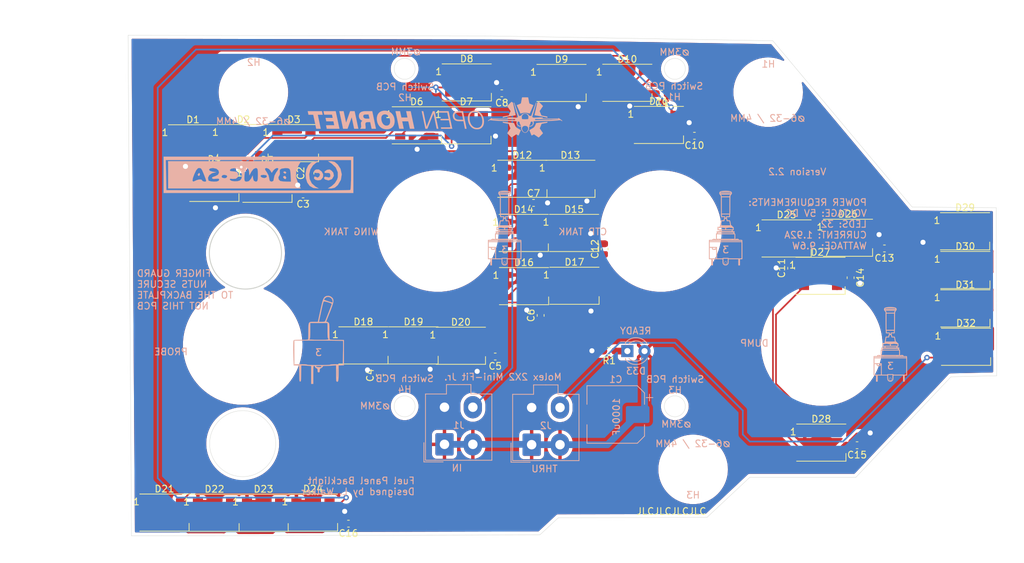
<source format=kicad_pcb>
(kicad_pcb (version 20211014) (generator pcbnew)
  (layers (0 "F.Cu" signal) (31 "B.Cu" signal) (34 "B.Paste" user) (35 "F.Paste" user) (36 "B.SilkS" user "B.Silkscreen") (37 "F.SilkS" user "F.Silkscreen") (38 "B.Mask" user) (39 "F.Mask" user) (44 "Edge.Cuts" user))
  (net 0 "")
  (net 1 "Net-(D1-Pad2)")
  (net 2 "Net-(D1-Pad4)")
  (net 3 "Net-(D2-Pad2)")
  (net 4 "Net-(D3-Pad2)")
  (net 5 "Net-(D4-Pad2)")
  (net 6 "Net-(D4-Pad4)")
  (net 7 "Net-(D12-Pad4)")
  (net 8 "Net-(D6-Pad2)")
  (net 9 "Net-(D8-Pad2)")
  (net 10 "Net-(D10-Pad4)")
  (net 11 "Net-(D11-Pad2)")
  (net 12 "Net-(D11-Pad4)")
  (net 13 "Net-(D12-Pad2)")
  (net 14 "Net-(D13-Pad2)")
  (net 15 "Net-(D14-Pad2)")
  (net 16 "Net-(D15-Pad2)")
  (net 17 "Net-(D16-Pad2)")
  (net 18 "Net-(D17-Pad2)")
  (net 19 "Net-(D18-Pad2)")
  (net 20 "Net-(D19-Pad2)")
  (net 21 "Net-(D20-Pad2)")
  (net 22 "Net-(D21-Pad2)")
  (net 23 "Net-(D22-Pad2)")
  (net 24 "Net-(D23-Pad2)")
  (net 25 "Net-(D25-Pad2)")
  (net 26 "Net-(D26-Pad2)")
  (net 27 "Net-(D27-Pad2)")
  (net 28 "Net-(D28-Pad2)")
  (net 29 "Net-(D29-Pad2)")
  (net 30 "Net-(D30-Pad2)")
  (net 31 "Net-(D31-Pad2)")
  (net 32 "/LEDGND")
  (net 33 "/LED+5V")
  (net 34 "Net-(D33-Pad1)")
  (net 35 "/DATAIN")
  (net 36 "/DATAOUT")
  (footprint "OH_Footprints:LED_WS2812B_PLCC4_5.0x5.0mm_P3.2mm" (layer "F.Cu") (at 108.673 91.0336)
    (fp_text reference "D1")
    (fp_text value "WS2812B")
  )
  (footprint "OH_Footprints:LED_WS2812B_PLCC4_5.0x5.0mm_P3.2mm" (layer "F.Cu") (at 116.14 91.008)
    (fp_text reference "D2")
    (fp_text value "WS2812B")
  )
  (footprint "OH_Footprints:LED_WS2812B_PLCC4_5.0x5.0mm_P3.2mm" (layer "F.Cu") (at 123.608 91.0084)
    (fp_text reference "D3")
    (fp_text value "WS2812B")
  )
  (footprint "OH_Footprints:LED_WS2812B_PLCC4_5.0x5.0mm_P3.2mm" (layer "F.Cu") (at 111.822 96.9008)
    (fp_text reference "D4")
    (fp_text value "WS2812B")
  )
  (footprint "OH_Footprints:LED_WS2812B_PLCC4_5.0x5.0mm_P3.2mm" (layer "F.Cu") (at 119.685 97.028)
    (fp_text reference "D5")
    (fp_text value "WS2812B")
  )
  (footprint "OH_Footprints:LED_WS2812B_PLCC4_5.0x5.0mm_P3.2mm" (layer "F.Cu") (at 141.794 88.3668)
    (fp_text reference "D6")
    (fp_text value "WS2812B")
  )
  (footprint "OH_Footprints:LED_WS2812B_PLCC4_5.0x5.0mm_P3.2mm" (layer "F.Cu") (at 149.137 88.3668)
    (fp_text reference "D7")
    (fp_text value "WS2812B")
  )
  (footprint "OH_Footprints:LED_WS2812B_PLCC4_5.0x5.0mm_P3.2mm" (layer "F.Cu") (at 149.188 82.0164)
    (fp_text reference "D8")
    (fp_text value "WS2812B")
  )
  (footprint "OH_Footprints:LED_WS2812B_PLCC4_5.0x5.0mm_P3.2mm" (layer "F.Cu") (at 163.22 82.0928)
    (fp_text reference "D9")
    (fp_text value "WS2812B")
  )
  (footprint "OH_Footprints:LED_WS2812B_PLCC4_5.0x5.0mm_P3.2mm" (layer "F.Cu") (at 172.962 82.0672)
    (fp_text reference "D10")
    (fp_text value "WS2812B")
  )
  (footprint "OH_Footprints:LED_WS2812B_PLCC4_5.0x5.0mm_P3.2mm" (layer "F.Cu") (at 177.636 88.3156)
    (fp_text reference "D11")
    (fp_text value "WS2812B")
  )
  (footprint "OH_Footprints:LED_WS2812B_PLCC4_5.0x5.0mm_P3.2mm" (layer "F.Cu") (at 157.418 96.2912)
    (fp_text reference "D12")
    (fp_text value "WS2812B")
  )
  (footprint "OH_Footprints:LED_WS2812B_PLCC4_5.0x5.0mm_P3.2mm" (layer "F.Cu") (at 164.53 96.2912)
    (fp_text reference "D13")
    (fp_text value "WS2812B")
  )
  (footprint "OH_Footprints:LED_WS2812B_PLCC4_5.0x5.0mm_P3.2mm" (layer "F.Cu") (at 157.621 104.318)
    (fp_text reference "D14")
    (fp_text value "WS2812B")
  )
  (footprint "OH_Footprints:LED_WS2812B_PLCC4_5.0x5.0mm_P3.2mm" (layer "F.Cu") (at 165.088 104.318)
    (fp_text reference "D15")
    (fp_text value "WS2812B")
  )
  (footprint "OH_Footprints:LED_WS2812B_PLCC4_5.0x5.0mm_P3.2mm" (layer "F.Cu") (at 157.672 112.192)
    (fp_text reference "D16")
    (fp_text value "WS2812B")
  )
  (footprint "OH_Footprints:LED_WS2812B_PLCC4_5.0x5.0mm_P3.2mm" (layer "F.Cu") (at 165.139 112.141)
    (fp_text reference "D17")
    (fp_text value "WS2812B")
  )
  (footprint "OH_Footprints:LED_WS2812B_PLCC4_5.0x5.0mm_P3.2mm" (layer "F.Cu") (at 133.897 120.98)
    (fp_text reference "D18")
    (fp_text value "WS2812B")
  )
  (footprint "OH_Footprints:LED_WS2812B_PLCC4_5.0x5.0mm_P3.2mm" (layer "F.Cu") (at 141.314 120.98)
    (fp_text reference "D19")
    (fp_text value "WS2812B")
  )
  (footprint "OH_Footprints:LED_WS2812B_PLCC4_5.0x5.0mm_P3.2mm" (layer "F.Cu") (at 148.324 121.031)
    (fp_text reference "D20")
    (fp_text value "WS2812B")
  )
  (footprint "OH_Footprints:LED_WS2812B_PLCC4_5.0x5.0mm_P3.2mm" (layer "F.Cu") (at 104.445 145.745)
    (fp_text reference "D21")
    (fp_text value "WS2812B")
  )
  (footprint "OH_Footprints:LED_WS2812B_PLCC4_5.0x5.0mm_P3.2mm" (layer "F.Cu") (at 111.85 145.771)
    (fp_text reference "D22")
    (fp_text value "WS2812B")
  )
  (footprint "OH_Footprints:LED_WS2812B_PLCC4_5.0x5.0mm_P3.2mm" (layer "F.Cu") (at 119.114 145.77)
    (fp_text reference "D23")
    (fp_text value "WS2812B")
  )
  (footprint "OH_Footprints:LED_WS2812B_PLCC4_5.0x5.0mm_P3.2mm" (layer "F.Cu") (at 126.43 145.745)
    (fp_text reference "D24")
    (fp_text value "WS2812B")
  )
  (footprint "OH_Footprints:LED_WS2812B_PLCC4_5.0x5.0mm_P3.2mm" (layer "F.Cu") (at 196.534 105.131)
    (fp_text reference "D25")
    (fp_text value "WS2812B")
  )
  (footprint "OH_Footprints:LED_WS2812B_PLCC4_5.0x5.0mm_P3.2mm" (layer "F.Cu") (at 205.627 105.029)
    (fp_text reference "D26")
    (fp_text value "WS2812B")
  )
  (footprint "OH_Footprints:LED_WS2812B_PLCC4_5.0x5.0mm_P3.2mm" (layer "F.Cu") (at 201.563 110.668)
    (fp_text reference "D27")
    (fp_text value "WS2812B")
  )
  (footprint "OH_Footprints:LED_WS2812B_PLCC4_5.0x5.0mm_P3.2mm" (layer "F.Cu") (at 201.676 135.382)
    (fp_text reference "D28")
    (fp_text value "WS2812B")
  )
  (footprint "OH_Footprints:LED_WS2812B_PLCC4_5.0x5.0mm_P3.2mm" (layer "F.Cu") (at 222.961 104.064)
    (fp_text reference "D29")
    (fp_text value "WS2812B")
  )
  (footprint "OH_Footprints:LED_WS2812B_PLCC4_5.0x5.0mm_P3.2mm" (layer "F.Cu") (at 223 109.804)
    (fp_text reference "D30")
    (fp_text value "WS2812B")
  )
  (footprint "OH_Footprints:LED_WS2812B_PLCC4_5.0x5.0mm_P3.2mm" (layer "F.Cu") (at 223 115.494)
    (fp_text reference "D31")
    (fp_text value "WS2812B")
  )
  (footprint "OH_Footprints:LED_WS2812B_PLCC4_5.0x5.0mm_P3.2mm" (layer "F.Cu") (at 223.102 121.183)
    (fp_text reference "D32")
    (fp_text value "WS2812B")
  )
  (footprint "OH_Footprints:R_0603_1608Metric" (layer "F.Cu") (at 170.282 121.818 180)
    (fp_text reference "R1")
    (fp_text value "R")
  )
  (footprint "OH_Footprints:C_0603_1608Metric" (layer "F.Cu") (at 126.05512 95.46326 90)
    (fp_text reference "C2")
    (fp_text value "C")
  )
  (footprint "OH_Footprints:C_0603_1608Metric" (layer "F.Cu") (at 124.9681 98.60534 180)
    (fp_text reference "C3")
    (fp_text value "C")
  )
  (footprint "OH_Footprints:C_0603_1608Metric" (layer "F.Cu") (at 136.330007 125.396673 90)
    (fp_text reference "C4")
    (fp_text value "C")
  )
  (footprint "OH_Footprints:C_0603_1608Metric" (layer "F.Cu") (at 153.41102 122.62358 180)
    (fp_text reference "C5")
    (fp_text value "C")
  )
  (footprint "OH_Footprints:C_0603_1608Metric" (layer "F.Cu") (at 160.13684 116.53256 90)
    (fp_text reference "C6")
    (fp_text value "C")
  )
  (footprint "OH_Footprints:C_0603_1608Metric" (layer "F.Cu") (at 159.08518 99.86518)
    (fp_text reference "C7")
    (fp_text value "C")
  )
  (footprint "OH_Footprints:C_0603_1608Metric" (layer "F.Cu") (at 154.3812 83.6168 180)
    (fp_text reference "C8")
    (fp_text value "C")
  )
  (footprint "OH_Footprints:C_0603_1608Metric" (layer "F.Cu") (at 178.05136 83.67522 180)
    (fp_text reference "C9")
    (fp_text value "C")
  )
  (footprint "OH_Footprints:C_0603_1608Metric" (layer "F.Cu") (at 182.89788 89.916 180)
    (fp_text reference "C10")
    (fp_text value "C")
  )
  (footprint "OH_Footprints:C_0603_1608Metric" (layer "F.Cu") (at 197.22338 109.54502 90)
    (fp_text reference "C11")
    (fp_text value "C")
  )
  (footprint "OH_Footprints:C_0603_1608Metric" (layer "F.Cu") (at 169.61104 106.69788 90)
    (fp_text reference "C12")
    (fp_text value "C")
  )
  (footprint "OH_Footprints:C_0603_1608Metric" (layer "F.Cu") (at 211.02584 106.61396 180)
    (fp_text reference "C13")
    (fp_text value "C")
  )
  (footprint "OH_Footprints:C_0603_1608Metric" (layer "F.Cu") (at 206.0194 110.94964 -90)
    (fp_text reference "C14")
    (fp_text value "C")
  )
  (footprint "OH_Footprints:C_0603_1608Metric" (layer "F.Cu") (at 206.97454 135.77062 180)
    (fp_text reference "C15")
    (fp_text value "C")
  )
  (footprint "OH_Footprints:C_0603_1608Metric" (layer "F.Cu") (at 131.68386 147.39366 180)
    (fp_text reference "C16")
    (fp_text value "C")
  )
  (footprint "OH_Backlighting:SxAL_Toggle_13x13mm" (layer "F.Cu") (at 144.9197 104.0384)
    (fp_text reference "1" hide)
    (fp_text value "SxAL_Toggle_13x13mm" hide)
  )
  (footprint "OH_Backlighting:SxAL_Toggle_13x13mm" (layer "F.Cu") (at 177.9397 104.0384)
    (fp_text reference "2" hide)
    (fp_text value "SxAL_Toggle_13x13mm" hide)
  )
  (footprint "OH_Backlighting:SxAL_Toggle_13x13mm" (layer "F.Cu") (at 201.7522 120.9294)
    (fp_text reference "3" hide)
    (fp_text value "SxAL_Toggle_13x13mm" hide)
  )
  (footprint "OH_Backlighting:OH_Panel_6-32_PHS" (layer "F.Cu") (at 182.70474 139.3444)
    (fp_text reference "5" hide)
    (fp_text value "OH_Panel_Fastner_Keepout" hide)
  )
  (footprint "OH_Backlighting:OH_Panel_6-32_PHS" (layer "F.Cu") (at 117.6147 83.4644)
    (fp_text reference "5" hide)
    (fp_text value "OH_Panel_Fastner_Keepout" hide)
  )
  (footprint "OH_Backlighting:OH_Panel_6-32_PHS" (layer "F.Cu") (at 193.8147 83.4644)
    (fp_text reference "6" hide)
    (fp_text value "OH_Panel_Fastner_Keepout" hide)
  )
  (footprint "OH_Backlighting:631H_Toggle_13mm_x_13mm" (layer "F.Cu") (at 116.0272 120.9294)
    (fp_text reference "7" hide)
    (fp_text value "631H_Toggle_13mm_x_13mm" hide)
  )
  (footprint "OH_Footprints:CP_Elec_8x10" (layer "B.Cu") (at 171.248 131.216 180)
    (fp_text reference "C1")
    (fp_text value "C_Polarized")
  )
  (footprint "OH_Footprints:Molex_Mini-Fit_Jr_5566-04A_2x02_P4.20mm_Vertical" (layer "B.Cu") (at 145.898 135.636)
    (fp_text reference "J1")
    (fp_text value "Conn_01x04_Female")
  )
  (footprint "OH_Footprints:Molex_Mini-Fit_Jr_5566-04A_2x02_P4.20mm_Vertical" (layer "B.Cu") (at 158.801 135.687)
    (fp_text reference "J2")
    (fp_text value "Conn_01x04_Female")
  )
  (footprint "OH_Footprints:LED_D3.0mm" (layer "B.Cu") (at 172.974 121.818)
    (fp_text reference "D33")
    (fp_text value "LED")
  )
  (footprint "Kicad Footprint Files:S3ALToggle" (layer "B.Cu") (at 154.94 103.7336 180)
    (fp_text reference "G***" hide)
    (fp_text value "LOGO" hide)
  )
  (footprint "Kicad Footprint Files:S3ALToggle" (layer "B.Cu") (at 187.6552 103.7336 180)
    (fp_text reference "G***" hide)
    (fp_text value "LOGO" hide)
  )
  (footprint "Kicad Footprint Files:S3ALToggle" (layer "B.Cu") (at 212.0392 120.9548 180)
    (fp_text reference "G***" hide)
    (fp_text value "LOGO" hide)
  )
  (footprint "Kicad Footprint Files:631HToggle" (layer "B.Cu") (at 127.3048 120.142 180)
    (fp_text reference "G***" hide)
    (fp_text value "LOGO" hide)
  )
  (footprint "OH_General:CC-BY-NC-SA-Small" (layer "B.Cu") (at 118.44782 95.70212 180)
    (fp_text reference "G***" hide)
    (fp_text value "LOGO" hide)
  )
  (footprint "OH_General:OH_LOGO_37.7mm_5.9mm" (layer "B.Cu") (at 144.5 87.2 180)
    (fp_text reference "G***" hide)
    (fp_text value "LOGO" hide)
  )
  (gr_line (start 194.5132 75.8444) (end 152.7556 75.1332) (layer "Edge.Cuts") (width 0.05))
  (gr_line (start 160.02 149.0472) (end 162.7632 146.5072) (layer "Edge.Cuts") (width 0.05))
  (gr_circle (center 140 80) (end 141.55 80) (layer "Edge.Cuts") (width 0.05) (fill none))
  (gr_line (start 220.8784 125.6284) (end 227.6348 125.476) (layer "Edge.Cuts") (width 0.05))
  (gr_line (start 152.7556 75.1332) (end 99.06 75.0316) (layer "Edge.Cuts") (width 0.05))
  (gr_line (start 227.6348 125.476) (end 227.584 100.584) (layer "Edge.Cuts") (width 0.05))
  (gr_line (start 162.7632 146.5072) (end 184.7596 146.4564) (layer "Edge.Cuts") (width 0.05))
  (gr_line (start 191.1096 140.5128) (end 206.8068 140.5128) (layer "Edge.Cuts") (width 0.05))
  (gr_circle (center 180 130) (end 181.55 130) (layer "Edge.Cuts") (width 0.05) (fill none))
  (gr_line (start 99.06 75.0316) (end 99.568 149.1996) (layer "Edge.Cuts") (width 0.05))
  (gr_line (start 99.568 149.1996) (end 160.02 149.0472) (layer "Edge.Cuts") (width 0.05))
  (gr_circle (center 180 80) (end 181.55 80) (layer "Edge.Cuts") (width 0.05) (fill none))
  (gr_circle (center 140 130) (end 141.55 130) (layer "Edge.Cuts") (width 0.05) (fill none))
  (gr_line (start 184.7596 146.4564) (end 191.1096 140.5128) (layer "Edge.Cuts") (width 0.05))
  (gr_line (start 227.584 100.584) (end 215.138 100.4824) (layer "Edge.Cuts") (width 0.05))
  (gr_circle (center 116.0272 135.5344) (end 119.3292 139.1412) (layer "Edge.Cuts") (width 0.05) (fill none))
  (gr_line (start 206.8068 140.5128) (end 220.8784 125.6284) (layer "Edge.Cuts") (width 0.05))
  (gr_circle (center 116.4336 107.2896) (end 121.773644 107.2896) (layer "Edge.Cuts") (width 0.15) (fill none))
  (gr_line (start 215.138 100.4824) (end 194.5132 75.8444) (layer "Edge.Cuts") (width 0.05))
  (gr_text "POWER REQUIREMENTS:\nVOLTAGE: 5V DC\nLEDS: 32\nCURRENT: 1.92A\nWATTAGE: 9.6W" (at 208.5086 103.00716) (layer "B.SilkS") (effects (font (size 1 1)) (justify left mirror)))
  (gr_text "THRU" (at 160.7058 139.26566) (layer "B.SilkS") (effects (font (size 1 1)) (justify mirror)))
  (gr_text "PROBE" (at 105.41 121.92) (layer "B.SilkS") (effects (font (size 1 1)) (justify mirror)))
  (gr_text "⌀3MM" (at 140.208 77.47) (layer "B.SilkS") (effects (font (size 1 1)) (justify mirror)))
  (gr_text "IN" (at 147.74672 139.14374) (layer "B.SilkS") (effects (font (size 1 1)) (justify mirror)))
  (gr_text "Switch PCB\nH4" (at 140.0048 126.6952) (layer "B.SilkS") (effects (font (size 1 1)) (justify mirror)))
  (gr_text "DUMP" (at 191.77 120.65) (layer "B.SilkS") (effects (font (size 1 1)) (justify mirror)))
  (gr_text "Switch PCB\nH2" (at 140.0556 83.4644) (layer "B.SilkS") (effects (font (size 1 1)) (justify mirror)))
  (gr_text "⌀3MM" (at 135.636 129.9464) (layer "B.SilkS") (effects (font (size 1 1)) (justify mirror)))
  (gr_text "READY" (at 174.1932 118.8212) (layer "B.SilkS") (effects (font (size 1 1)) (justify mirror)))
  (gr_text "1000uF" (at 171.3484 131.572 90) (layer "B.SilkS") (effects (font (size 1 1)) (justify mirror)))
  (gr_text "Switch PCB\nH3" (at 180.0352 126.7968) (layer "B.SilkS") (effects (font (size 1 1)) (justify mirror)))
  (gr_text "CTR TANK" (at 166.37 104.14) (layer "B.SilkS") (effects (font (size 1 1)) (justify mirror)))
  (gr_text "FINGER GUARD\nNUTS SECURE\nTO THE BACKPLATE\nNOT THIS PCB" (at 100.2792 112.7252) (layer "B.SilkS") (effects (font (size 1 1)) (justify right mirror)))
  (gr_text "3" (at 127.254 122.0216) (layer "B.SilkS") (effects (font (size 1 1)) (justify mirror)))
  (gr_text "⌀3MM" (at 180.2384 132.6388) (layer "B.SilkS") (effects (font (size 1 1)) (justify mirror)))
  (gr_text "Version 2.2" (at 198.12 95.25) (layer "B.SilkS") (effects (font (size 1 1)) (justify mirror)))
  (gr_text "Switch PCB\nH1" (at 179.8828 83.3628) (layer "B.SilkS") (effects (font (size 1 1)) (justify mirror)))
  (gr_text "WING TANK" (at 132.08 104.14) (layer "B.SilkS") (effects (font (size 1 1)) (justify mirror)))
  (gr_text "⌀3MM" (at 179.9844 77.5208) (layer "B.SilkS") (effects (font (size 1 1)) (justify mirror)))
  (gr_text "Fuel Panel Backlight\nDesigned by L. Walker" (at 141.58468 141.84122) (layer "B.SilkS") (effects (font (size 1 1)) (justify left mirror)))
  (gr_text "Molex 2X2 Mini-Fit Jr." (at 154.54884 125.65634) (layer "B.SilkS") (effects (font (size 1 1)) (justify mirror)))
  (gr_text "JLCJLCJLCJLC" (at 179.49 145.56) (layer "F.SilkS") (effects (font (size 1 1))))
  (segment (start 106.223 92.6336) (end 107.073601 91.782999) (width 0.25) (layer "F.Cu") (net 1))
  (segment (start 116.215001 91.782999) (end 118.59 89.408) (width 0.25) (layer "F.Cu") (net 1))
  (segment (start 107.073601 91.782999) (end 116.215001 91.782999) (width 0.25) (layer "F.Cu") (net 1))
  (segment (start 176.487001 81.227201) (end 175.331842 82.38236) (width 0.25) (layer "F.Cu") (net 2))
  (segment (start 112.93602 78.0669) (end 174.846702 78.0669) (width 0.25) (layer "F.Cu") (net 2))
  (segment (start 176.487001 79.707199) (end 176.487001 81.227201) (width 0.25) (layer "F.Cu") (net 2))
  (segment (start 111.123 89.4336) (end 111.123 79.87992) (width 0.25) (layer "F.Cu") (net 2))
  (segment (start 174.13325 82.38236) (end 172.84841 83.6672) (width 0.25) (layer "F.Cu") (net 2))
  (segment (start 175.331842 82.38236) (end 174.13325 82.38236) (width 0.25) (layer "F.Cu") (net 2))
  (segment (start 111.123 79.87992) (end 112.93602 78.0669) (width 0.25) (layer "F.Cu") (net 2))
  (segment (start 174.846702 78.0669) (end 176.487001 79.707199) (width 0.25) (layer "F.Cu") (net 2))
  (segment (start 172.84841 83.6672) (end 170.512 83.6672) (width 0.25) (layer "F.Cu") (net 2))
  (segment (start 116.754998 92.608) (end 119.129597 90.233401) (width 0.25) (layer "F.Cu") (net 3))
  (segment (start 125.232999 90.233401) (end 126.058 89.4084) (width 0.25) (layer "F.Cu") (net 3))
  (segment (start 119.129597 90.233401) (end 125.232999 90.233401) (width 0.25) (layer "F.Cu") (net 3))
  (segment (start 113.69 92.608) (end 116.754998 92.608) (width 0.25) (layer "F.Cu") (net 3))
  (segment (start 137.242397 90.233401) (end 139.883997 87.591801) (width 0.25) (layer "F.Cu") (net 4))
  (segment (start 143.418999 87.591801) (end 144.244 86.7668) (width 0.25) (layer "F.Cu") (net 4))
  (segment (start 121.158 92.6084) (end 124.222998 92.6084) (width 0.25) (layer "F.Cu") (net 4))
  (segment (start 139.883997 87.591801) (end 143.418999 87.591801) (width 0.25) (layer "F.Cu") (net 4))
  (segment (start 124.222998 92.6084) (end 126.597997 90.233401) (width 0.25) (layer "F.Cu") (net 4))
  (segment (start 126.597997 90.233401) (end 137.242397 90.233401) (width 0.25) (layer "F.Cu") (net 4))
  (segment (start 110.869799 96.253001) (end 121.309999 96.253001) (width 0.25) (layer "F.Cu") (net 5))
  (segment (start 109.372 98.5008) (end 109.372 97.7508) (width 0.25) (layer "F.Cu") (net 5))
  (segment (start 121.309999 96.253001) (end 122.135 95.428) (width 0.25) (layer "F.Cu") (net 5))
  (segment (start 109.372 97.7508) (end 110.869799 96.253001) (width 0.25) (layer "F.Cu") (net 5))
  (segment (start 115.81892 94.55404) (end 115.81892 94.55404) (width 0.25) (layer "F.Cu") (net 6))
  (segment (start 115.01876 94.55404) (end 115.81892 94.55404) (width 0.25) (layer "F.Cu") (net 6))
  (segment (start 114.272 95.3008) (end 115.01876 94.55404) (width 0.25) (layer "F.Cu") (net 6))
  (segment (start 146.9517 90.2315) (end 146.687 89.9668) (width 0.25) (layer "F.Cu") (net 6))
  (segment (start 146.9517 91.4654) (end 146.9517 90.2315) (width 0.25) (layer "F.Cu") (net 6))
  (via (at 146.9517 91.4654) (size 0.8) (drill 0.4) (layers "F.Cu" "B.Cu") (net 6))
  (via (at 115.81892 94.55404) (size 0.8) (drill 0.4) (layers "F.Cu" "B.Cu") (net 6))
  (segment (start 146.9517 91.4654) (end 146.93646 91.4654) (width 0.25) (layer "B.Cu") (net 6))
  (segment (start 115.81892 94.55404) (end 120.49506 89.8779) (width 0.25) (layer "B.Cu") (net 6))
  (segment (start 145.34896 89.8779) (end 146.9517 91.4654) (width 0.25) (layer "B.Cu") (net 6))
  (segment (start 120.49506 89.8779) (end 145.34896 89.8779) (width 0.25) (layer "B.Cu") (net 6))
  (segment (start 133.627822 101.72446) (end 120.37568 101.72446) (width 0.25) (layer "F.Cu") (net 7))
  (segment (start 157.367201 92.190401) (end 143.161881 92.190401) (width 0.25) (layer "F.Cu") (net 7))
  (segment (start 143.161881 92.190401) (end 133.627822 101.72446) (width 0.25) (layer "F.Cu") (net 7))
  (segment (start 159.868 94.6912) (end 157.367201 92.190401) (width 0.25) (layer "F.Cu") (net 7))
  (segment (start 120.37568 101.72446) (end 117.27922 98.628) (width 0.25) (layer "F.Cu") (net 7))
  (segment (start 117.27922 98.628) (end 117.235 98.628) (width 0.25) (layer "F.Cu") (net 7))
  (segment (start 139.344 89.9668) (end 140.169001 89.141799) (width 0.25) (layer "F.Cu") (net 8))
  (segment (start 149.212001 89.141799) (end 151.587 86.7668) (width 0.25) (layer "F.Cu") (net 8))
  (segment (start 140.169001 89.141799) (end 149.212001 89.141799) (width 0.25) (layer "F.Cu") (net 8))
  (segment (start 159.759999 81.317801) (end 164.844999 81.317801) (width 0.25) (layer "F.Cu") (net 9))
  (segment (start 164.844999 81.317801) (end 165.67 80.4928) (width 0.25) (layer "F.Cu") (net 9))
  (segment (start 153.122938 80.92948) (end 159.371678 80.92948) (width 0.25) (layer "F.Cu") (net 9))
  (segment (start 148.362999 81.241401) (end 152.811017 81.241401) (width 0.25) (layer "F.Cu") (net 9))
  (segment (start 146.738 82.8664) (end 148.362999 81.241401) (width 0.25) (layer "F.Cu") (net 9))
  (segment (start 152.811017 81.241401) (end 153.122938 80.92948) (width 0.25) (layer "F.Cu") (net 9))
  (segment (start 146.738 83.6164) (end 146.738 82.8664) (width 0.25) (layer "F.Cu") (net 9))
  (segment (start 159.371678 80.92948) (end 159.759999 81.317801) (width 0.25) (layer "F.Cu") (net 9))
  (segment (start 160.77 83.6928) (end 161.620601 82.842199) (width 0.25) (layer "F.Cu") (net 10))
  (segment (start 173.037001 82.842199) (end 175.412 80.4672) (width 0.25) (layer "F.Cu") (net 10))
  (segment (start 161.620601 82.842199) (end 173.037001 82.842199) (width 0.25) (layer "F.Cu") (net 10))
  (segment (start 186.944009 90.741009) (end 176.011409 90.741009) (width 0.25) (layer "F.Cu") (net 11))
  (segment (start 176.011409 90.741009) (end 175.186 89.9156) (width 0.25) (layer "F.Cu") (net 11))
  (segment (start 198.984 102.781) (end 186.944009 90.741009) (width 0.25) (layer "F.Cu") (net 11))
  (segment (start 198.984 103.531) (end 198.984 102.781) (width 0.25) (layer "F.Cu") (net 11))
  (segment (start 131.33578 143.524222) (end 131.33578 143.524222) (width 0.25) (layer "F.Cu") (net 12))
  (segment (start 129.811143 145.048859) (end 131.33578 143.524222) (width 0.25) (layer "F.Cu") (net 12))
  (segment (start 123.98 147.345) (end 127.044998 147.345) (width 0.25) (layer "F.Cu") (net 12))
  (segment (start 129.341139 145.048859) (end 129.811143 145.048859) (width 0.25) (layer "F.Cu") (net 12))
  (segment (start 179.44084 86.07044) (end 180.086 86.7156) (width 0.25) (layer "F.Cu") (net 12))
  (segment (start 127.044998 147.345) (end 129.341139 145.048859) (width 0.25) (layer "F.Cu") (net 12))
  (segment (start 179.44084 85.68182) (end 179.44084 86.07044) (width 0.25) (layer "F.Cu") (net 12))
  (via (at 131.33578 143.524222) (size 0.8) (drill 0.4) (layers "F.Cu" "B.Cu") (net 12))
  (via (at 179.44084 85.68182) (size 0.8) (drill 0.4) (layers "F.Cu" "B.Cu") (net 12))
  (segment (start 179.44084 85.68182) (end 179.38496 85.74024) (width 0.25) (layer "B.Cu") (net 12))
  (segment (start 103.45166 82.79384) (end 109.1057 77.1398) (width 0.25) (layer "B.Cu") (net 12))
  (segment (start 109.1057 77.1398) (end 170.71594 77.1398) (width 0.25) (layer "B.Cu") (net 12))
  (segment (start 131.33578 143.524222) (end 106.320842 143.524222) (width 0.25) (layer "B.Cu") (net 12))
  (segment (start 170.71594 77.1398) (end 170.78452 77.1398) (width 0.25) (layer "B.Cu") (net 12))
  (segment (start 170.78452 77.1398) (end 179.44084 85.68182) (width 0.25) (layer "B.Cu") (net 12))
  (segment (start 106.320842 143.524222) (end 103.45166 140.65504) (width 0.25) (layer "B.Cu") (net 12))
  (segment (start 103.45166 140.65504) (end 103.45166 82.79384) (width 0.25) (layer "B.Cu") (net 12))
  (segment (start 154.968 97.8912) (end 155.793001 97.066199) (width 0.25) (layer "F.Cu") (net 13))
  (segment (start 164.605001 97.066199) (end 166.98 94.6912) (width 0.25) (layer "F.Cu") (net 13))
  (segment (start 155.793001 97.066199) (end 164.605001 97.066199) (width 0.25) (layer "F.Cu") (net 13))
  (segment (start 162.235461 100.553539) (end 160.071 102.718) (width 0.25) (layer "F.Cu") (net 14))
  (segment (start 162.08 97.8912) (end 162.235461 98.046661) (width 0.25) (layer "F.Cu") (net 14))
  (segment (start 162.235461 98.046661) (end 162.235461 100.553539) (width 0.25) (layer "F.Cu") (net 14))
  (segment (start 165.163001 105.092999) (end 167.538 102.718) (width 0.25) (layer "F.Cu") (net 15))
  (segment (start 155.996001 105.092999) (end 165.163001 105.092999) (width 0.25) (layer "F.Cu") (net 15))
  (segment (start 155.171 105.918) (end 155.996001 105.092999) (width 0.25) (layer "F.Cu") (net 15))
  (segment (start 162.638 108.076) (end 160.122 110.592) (width 0.25) (layer "F.Cu") (net 16))
  (segment (start 162.638 105.918) (end 162.638 108.076) (width 0.25) (layer "F.Cu") (net 16))
  (segment (start 156.497011 112.516989) (end 165.613011 112.516989) (width 0.25) (layer "F.Cu") (net 17))
  (segment (start 165.613011 112.516989) (end 167.589 110.541) (width 0.25) (layer "F.Cu") (net 17))
  (segment (start 155.222 113.792) (end 156.497011 112.516989) (width 0.25) (layer "F.Cu") (net 17))
  (segment (start 159.046999 114.552001) (end 159.046999 113.031999) (width 0.25) (layer "F.Cu") (net 18))
  (segment (start 137.172001 120.205001) (end 141.103997 120.205001) (width 0.25) (layer "F.Cu") (net 18))
  (segment (start 146.691997 114.617001) (end 159.111999 114.617001) (width 0.25) (layer "F.Cu") (net 18))
  (segment (start 136.347 119.38) (end 137.172001 120.205001) (width 0.25) (layer "F.Cu") (net 18))
  (segment (start 159.111999 112.966999) (end 161.914999 112.966999) (width 0.25) (layer "F.Cu") (net 18))
  (segment (start 161.914999 112.966999) (end 162.689 113.741) (width 0.25) (layer "F.Cu") (net 18))
  (segment (start 159.111999 114.617001) (end 159.046999 114.552001) (width 0.25) (layer "F.Cu") (net 18))
  (segment (start 141.103997 120.205001) (end 146.691997 114.617001) (width 0.25) (layer "F.Cu") (net 18))
  (segment (start 159.046999 113.031999) (end 159.111999 112.966999) (width 0.25) (layer "F.Cu") (net 18))
  (segment (start 141.389001 121.754999) (end 143.764 119.38) (width 0.25) (layer "F.Cu") (net 19))
  (segment (start 132.272001 121.754999) (end 141.389001 121.754999) (width 0.25) (layer "F.Cu") (net 19))
  (segment (start 131.447 122.58) (end 132.272001 121.754999) (width 0.25) (layer "F.Cu") (net 19))
  (segment (start 149.948999 120.256001) (end 150.774 119.431) (width 0.25) (layer "F.Cu") (net 20))
  (segment (start 141.928998 122.58) (end 144.252997 120.256001) (width 0.25) (layer "F.Cu") (net 20))
  (segment (start 144.252997 120.256001) (end 149.948999 120.256001) (width 0.25) (layer "F.Cu") (net 20))
  (segment (start 138.864 122.58) (end 141.928998 122.58) (width 0.25) (layer "F.Cu") (net 20))
  (segment (start 140.369979 125.585801) (end 144.290161 125.585801) (width 0.25) (layer "F.Cu") (net 21))
  (segment (start 145.874 124.001962) (end 145.874 122.631) (width 0.25) (layer "F.Cu") (net 21))
  (segment (start 109.32832 141.71168) (end 124.2441 141.71168) (width 0.25) (layer "F.Cu") (net 21))
  (segment (start 106.895 144.145) (end 109.32832 141.71168) (width 0.25) (layer "F.Cu") (net 21))
  (segment (start 124.2441 141.71168) (end 140.369979 125.585801) (width 0.25) (layer "F.Cu") (net 21))
  (segment (start 144.290161 125.585801) (end 145.874 124.001962) (width 0.25) (layer "F.Cu") (net 21))
  (segment (start 102.820001 146.519999) (end 111.526221 146.519999) (width 0.25) (layer "F.Cu") (net 22))
  (segment (start 111.526221 146.519999) (end 113.87522 144.171) (width 0.25) (layer "F.Cu") (net 22))
  (segment (start 113.87522 144.171) (end 114.3 144.171) (width 0.25) (layer "F.Cu") (net 22))
  (segment (start 101.995 147.345) (end 102.820001 146.519999) (width 0.25) (layer "F.Cu") (net 22))
  (segment (start 114.839997 144.996001) (end 120.737999 144.996001) (width 0.25) (layer "F.Cu") (net 23))
  (segment (start 120.737999 144.996001) (end 121.564 144.17) (width 0.25) (layer "F.Cu") (net 23))
  (segment (start 109.4 147.371) (end 112.464998 147.371) (width 0.25) (layer "F.Cu") (net 23))
  (segment (start 112.464998 147.371) (end 114.839997 144.996001) (width 0.25) (layer "F.Cu") (net 23))
  (segment (start 126.505001 146.519999) (end 128.88 144.145) (width 0.25) (layer "F.Cu") (net 24))
  (segment (start 117.514001 146.519999) (end 126.505001 146.519999) (width 0.25) (layer "F.Cu") (net 24))
  (segment (start 116.664 147.37) (end 117.514001 146.519999) (width 0.25) (layer "F.Cu") (net 24))
  (segment (start 208.077 104.179) (end 206.452001 105.803999) (width 0.25) (layer "F.Cu") (net 25))
  (segment (start 208.077 103.429) (end 208.077 104.179) (width 0.25) (layer "F.Cu") (net 25))
  (segment (start 206.452001 105.803999) (end 195.011001 105.803999) (width 0.25) (layer "F.Cu") (net 25))
  (segment (start 195.011001 105.803999) (end 194.084 106.731) (width 0.25) (layer "F.Cu") (net 25))
  (segment (start 203.177 106.629) (end 203.177 108.232) (width 0.25) (layer "F.Cu") (net 26))
  (segment (start 203.177 108.232) (end 204.013 109.068) (width 0.25) (layer "F.Cu") (net 26))
  (segment (start 201.274158 132.956999) (end 194.975014 126.657855) (width 0.25) (layer "F.Cu") (net 27))
  (segment (start 204.126 133.782) (end 203.300999 132.956999) (width 0.25) (layer "F.Cu") (net 27))
  (segment (start 194.975014 126.657855) (end 194.975014 116.405986) (width 0.25) (layer "F.Cu") (net 27))
  (segment (start 203.300999 132.956999) (end 201.274158 132.956999) (width 0.25) (layer "F.Cu") (net 27))
  (segment (start 194.975014 116.405986) (end 199.113 112.268) (width 0.25) (layer "F.Cu") (net 27))
  (segment (start 198.102999 111.442999) (end 194.525004 115.020994) (width 0.25) (layer "F.Cu") (net 28))
  (segment (start 203.473003 111.442999) (end 198.102999 111.442999) (width 0.25) (layer "F.Cu") (net 28))
  (segment (start 194.525004 115.020994) (end 194.525004 132.281004) (width 0.25) (layer "F.Cu") (net 28))
  (segment (start 210.271664 109.39963) (end 205.516372 109.39963) (width 0.25) (layer "F.Cu") (net 28))
  (segment (start 205.516372 109.39963) (end 203.473003 111.442999) (width 0.25) (layer "F.Cu") (net 28))
  (segment (start 224.585999 103.289001) (end 216.382293 103.289001) (width 0.25) (layer "F.Cu") (net 28))
  (segment (start 216.382293 103.289001) (end 210.271664 109.39963) (width 0.25) (layer "F.Cu") (net 28))
  (segment (start 194.525004 132.281004) (end 199.226 136.982) (width 0.25) (layer "F.Cu") (net 28))
  (segment (start 225.411 102.464) (end 224.585999 103.289001) (width 0.25) (layer "F.Cu") (net 28))
  (segment (start 220.511 105.664) (end 222.91 105.664) (width 0.25) (layer "F.Cu") (net 29))
  (segment (start 222.91 105.664) (end 225.45 108.204) (width 0.25) (layer "F.Cu") (net 29))
  (segment (start 220.55 111.404) (end 222.96 111.404) (width 0.25) (layer "F.Cu") (net 30))
  (segment (start 222.96 111.404) (end 225.45 113.894) (width 0.25) (layer "F.Cu") (net 30))
  (segment (start 223.063 117.094) (end 225.552 119.583) (width 0.25) (layer "F.Cu") (net 31))
  (segment (start 220.55 117.094) (end 223.063 117.094) (width 0.25) (layer "F.Cu") (net 31))
  (segment (start 158.07944 115.74018) (end 158.08432 115.74506) (width 1) (layer "F.Cu") (net 32))
  (segment (start 167.58412 115.88496) (end 167.589 115.88008) (width 1) (layer "F.Cu") (net 32))
  (segment (start 160.071 107.60476) (end 160.071 107.60476) (width 1) (layer "F.Cu") (net 32))
  (segment (start 161.16046 99.8601) (end 161.15538 99.86518) (width 1) (layer "F.Cu") (net 32))
  (segment (start 166.98 99.58364) (end 166.98 99.58364) (width 1) (layer "F.Cu") (net 32))
  (segment (start 153.44902 89.9668) (end 153.44902 89.9668) (width 1) (layer "F.Cu") (net 32))
  (segment (start 141.84884 91.91244) (end 141.84884 91.91244) (width 1) (layer "F.Cu") (net 32))
  (segment (start 153.60904 82.03438) (end 153.5937 82.04972) (width 1) (layer "F.Cu") (net 32))
  (segment (start 165.69182 85.60816) (end 165.67 85.58634) (width 1) (layer "F.Cu") (net 32))
  (segment (start 173.31944 85.51164) (end 173.31944 85.51164) (width 1) (layer "F.Cu") (net 32))
  (segment (start 182.12054 87.9729) (end 182.11038 87.98306) (width 1) (layer "F.Cu") (net 32))
  (segment (start 111.99368 100.584) (end 112.1888 100.584) (width 1) (layer "F.Cu") (net 32))
  (segment (start 124.17044 97.22358) (end 124.1806 97.23374) (width 1) (layer "F.Cu") (net 32))
  (segment (start 107.55376 94.45284) (end 107.55376 94.45284) (width 1) (layer "F.Cu") (net 32))
  (segment (start 134.502473 124.609173) (end 134.502473 124.609173) (width 1) (layer "F.Cu") (net 32))
  (segment (start 143.77416 124.5108) (end 143.764 124.50064) (width 1) (layer "F.Cu") (net 32))
  (segment (start 150.73884 124.81814) (end 150.774 124.78298) (width 1) (layer "F.Cu") (net 32))
  (segment (start 131.12496 145.56486) (end 131.12496 145.56486) (width 1) (layer "F.Cu") (net 32))
  (segment (start 195.00342 109.49178) (end 195.01104 109.49178) (width 0.75) (layer "F.Cu") (net 32))
  (segment (start 207.4037 111.74984) (end 207.391 111.73714) (width 0.75) (layer "F.Cu") (net 32))
  (segment (start 210.23326 104.5591) (end 210.23834 104.56418) (width 0.75) (layer "F.Cu") (net 32))
  (segment (start 167.72382 121.77268) (end 167.76914 121.818) (width 1) (layer "F.Cu") (net 32))
  (segment (start 216.73566 105.69956) (end 216.73566 105.69956) (width 1) (layer "F.Cu") (net 32))
  (segment (start 208.92008 133.9469) (end 208.92008 133.9469) (width 1) (layer "F.Cu") (net 32))
  (segment (start 167.538 104.40884) (end 167.538 104.40884) (width 1) (layer "F.Cu") (net 32))
  (segment (start 130.8477 147.345) (end 130.89636 147.39366) (width 1) (layer "F.Cu") (net 32))
  (segment (start 126.05512 94.67576) (end 125.58012 94.67576) (width 1) (layer "F.Cu") (net 32))
  (segment (start 136.347 124.59218) (end 136.330007 124.609173) (width 1) (layer "F.Cu") (net 32))
  (segment (start 115.482908 148.553908) (end 117.687721 148.553908) (width 0.75) (layer "F.Cu") (net 32))
  (segment (start 126.058 94.67288) (end 126.05512 94.67576) (width 1) (layer "F.Cu") (net 32))
  (segment (start 206.18704 135.77062) (end 205.33738 135.77062) (width 1) (layer "F.Cu") (net 32))
  (segment (start 180.086 89.9156) (end 182.10998 89.9156) (width 1) (layer "F.Cu") (net 32))
  (segment (start 106.895 147.345) (end 107.996001 148.446001) (width 0.75) (layer "F.Cu") (net 32))
  (segment (start 222.876739 104.463999) (end 217.971221 104.463999) (width 1) (layer "F.Cu") (net 32))
  (segment (start 107.996001 148.446001) (end 113.224999 148.446001) (width 0.75) (layer "F.Cu") (net 32))
  (segment (start 118.59 92.608) (end 119.790401 93.808401) (width 1) (layer "F.Cu") (net 32))
  (segment (start 169.4945 121.818) (end 167.72382 121.77268) (width 1) (layer "F.Cu") (net 32))
  (segment (start 159.868 99.8605) (end 159.87268 99.86518) (width 1) (layer "F.Cu") (net 32))
  (segment (start 210.23834 106.61396) (end 210.23326 104.5591) (width 0.75) (layer "F.Cu") (net 32))
  (segment (start 165.67 83.6928) (end 165.69182 85.60816) (width 1) (layer "F.Cu") (net 32))
  (segment (start 225.45 117.094) (end 226.775001 115.768999) (width 0.75) (layer "F.Cu") (net 32))
  (segment (start 117.687721 148.553908) (end 120.386896 148.547104) (width 0.75) (layer "F.Cu") (net 32))
  (segment (start 122.135 98.628) (end 124.15794 98.628) (width 1) (layer "F.Cu") (net 32))
  (segment (start 198.984 106.731) (end 197.22338 108.49162) (width 1) (layer "F.Cu") (net 32))
  (segment (start 153.5937 83.6168) (end 153.60904 82.03438) (width 1) (layer "F.Cu") (net 32))
  (segment (start 169.61104 105.91038) (end 169.60342 105.918) (width 1) (layer "F.Cu") (net 32))
  (segment (start 120.386896 148.547104) (end 121.564 147.37) (width 0.75) (layer "F.Cu") (net 32))
  (segment (start 151.587 89.9668) (end 153.44902 89.9668) (width 1) (layer "F.Cu") (net 32))
  (segment (start 124.15794 98.628) (end 124.1806 98.60534) (width 1) (layer "F.Cu") (net 32))
  (segment (start 204.54386 111.73714) (end 204.013 112.268) (width 1) (layer "F.Cu") (net 32))
  (segment (start 150.774 122.631) (end 150.73884 124.81814) (width 1) (layer "F.Cu") (net 32))
  (segment (start 226.775001 115.768999) (end 226.775001 112.729001) (width 0.75) (layer "F.Cu") (net 32))
  (segment (start 124.1806 98.60534) (end 124.17044 97.22358) (width 1) (layer "F.Cu") (net 32))
  (segment (start 130.25588 146.43394) (end 131.12496 145.56486) (width 1) (layer "F.Cu") (net 32))
  (segment (start 124.17044 96.08544) (end 124.17044 97.22358) (width 1) (layer "F.Cu") (net 32))
  (segment (start 122.614001 148.420001) (end 127.804999 148.420001) (width 0.75) (layer "F.Cu") (net 32))
  (segment (start 167.538 105.918) (end 169.60342 105.918) (width 1) (layer "F.Cu") (net 32))
  (segment (start 206.0194 111.73714) (end 207.4037 111.74984) (width 0.75) (layer "F.Cu") (net 32))
  (segment (start 208.22158 134.38632) (end 208.48066 134.38632) (width 1) (layer "F.Cu") (net 32))
  (segment (start 226.877001 121.457999) (end 225.552 122.783) (width 0.75) (layer "F.Cu") (net 32))
  (segment (start 160.122 113.792) (end 160.122 115.73022) (width 1) (layer "F.Cu") (net 32))
  (segment (start 226.775001 110.078999) (end 225.45 111.404) (width 0.75) (layer "F.Cu") (net 32))
  (segment (start 136.347 122.58) (end 136.347 124.59218) (width 1) (layer "F.Cu") (net 32))
  (segment (start 144.244 89.9668) (end 143.2433 89.9668) (width 1) (layer "F.Cu") (net 32))
  (segment (start 225.411 105.664) (end 226.775001 107.028001) (width 0.75) (layer "F.Cu") (net 32))
  (segment (start 150.774 122.631) (end 152.6161 122.631) (width 1) (layer "F.Cu") (net 32))
  (segment (start 130.25588 147.345) (end 130.25588 146.43394) (width 1) (layer "F.Cu") (net 32))
  (segment (start 114.3 147.371) (end 115.482908 148.553908) (width 0.75) (layer "F.Cu") (net 32))
  (segment (start 197.22338 108.75752) (end 195.7453 108.75752) (width 0.75) (layer "F.Cu") (net 32))
  (segment (start 208.48066 134.38632) (end 208.92008 133.9469) (width 1) (layer "F.Cu") (net 32))
  (segment (start 130.25588 147.345) (end 130.8477 147.345) (width 1) (layer "F.Cu") (net 32))
  (segment (start 195.7453 108.75752) (end 195.00342 109.49178) (width 0.75) (layer "F.Cu") (net 32))
  (segment (start 225.411 105.664) (end 224.07674 105.664) (width 1) (layer "F.Cu") (net 32))
  (segment (start 224.07674 105.664) (end 222.876739 104.463999) (width 1) (layer "F.Cu") (net 32))
  (segment (start 166.98 97.8912) (end 166.98 99.58364) (width 1) (layer "F.Cu") (net 32))
  (segment (start 206.18704 135.29562) (end 207.09634 134.38632) (width 1) (layer "F.Cu") (net 32))
  (segment (start 226.775001 112.729001) (end 225.45 111.404) (width 0.75) (layer "F.Cu") (net 32))
  (segment (start 141.84884 91.36126) (end 141.84884 91.91244) (width 1) (layer "F.Cu") (net 32))
  (segment (start 136.330007 124.609173) (end 134.502473 124.609173) (width 1) (layer "F.Cu") (net 32))
  (segment (start 210.2233 106.629) (end 210.23834 106.61396) (width 1) (layer "F.Cu") (net 32))
  (segment (start 143.764 122.58) (end 143.77416 124.5108) (width 1) (layer "F.Cu") (net 32))
  (segment (start 159.87268 99.86518) (end 161.16046 99.8601) (width 1) (layer "F.Cu") (net 32))
  (segment (start 206.0194 111.73714) (end 204.54386 111.73714) (width 1) (layer "F.Cu") (net 32))
  (segment (start 143.2433 89.9668) (end 141.84884 91.36126) (width 1) (layer "F.Cu") (net 32))
  (segment (start 127.804999 148.420001) (end 128.88 147.345) (width 0.75) (layer "F.Cu") (net 32))
  (segment (start 119.790401 93.808401) (end 124.712761 93.808401) (width 1) (layer "F.Cu") (net 32))
  (segment (start 167.589 113.741) (end 167.58412 115.88496) (width 1) (layer "F.Cu") (net 32))
  (segment (start 206.18704 135.77062) (end 206.18704 135.29562) (width 1) (layer "F.Cu") (net 32))
  (segment (start 128.88 147.345) (end 130.25588 147.345) (width 1) (layer "F.Cu") (net 32))
  (segment (start 225.45 117.094) (end 226.877001 118.521001) (width 0.75) (layer "F.Cu") (net 32))
  (segment (start 175.16388 83.6672) (end 173.31944 85.51164) (width 1) (layer "F.Cu") (net 32))
  (segment (start 126.058 92.6084) (end 126.058 94.67288) (width 1) (layer "F.Cu") (net 32))
  (segment (start 124.712761 93.808401) (end 125.58012 94.67576) (width 1) (layer "F.Cu") (net 32))
  (segment (start 205.33738 135.77062) (end 204.126 136.982) (width 1) (layer "F.Cu") (net 32))
  (segment (start 160.071 105.918) (end 160.071 107.60476) (width 1) (layer "F.Cu") (net 32))
  (segment (start 113.224999 148.446001) (end 114.3 147.371) (width 0.75) (layer "F.Cu") (net 32))
  (segment (start 207.09634 134.38632) (end 208.22158 134.38632) (width 1) (layer "F.Cu") (net 32))
  (segment (start 182.10998 89.9156) (end 182.11038 89.916) (width 1) (layer "F.Cu") (net 32))
  (segment (start 167.538 105.918) (end 167.538 104.40884) (width 1) (layer "F.Cu") (net 32))
  (segment (start 175.412 83.6672) (end 177.25584 83.6672) (width 1) (layer "F.Cu") (net 32))
  (segment (start 226.775001 107.028001) (end 226.775001 110.078999) (width 0.75) (layer "F.Cu") (net 32))
  (segment (start 153.5933 83.6164) (end 153.5937 83.6168) (width 1) (layer "F.Cu") (net 32))
  (segment (start 111.123 92.6336) (end 109.373 92.6336) (width 1) (layer "F.Cu") (net 32))
  (segment (start 151.638 83.6164) (end 153.5933 83.6164) (width 1) (layer "F.Cu") (net 32))
  (segment (start 182.11038 89.916) (end 182.12054 87.9729) (width 1) (layer "F.Cu") (net 32))
  (segment (start 217.971221 104.463999) (end 216.73566 105.69956) (width 1) (layer "F.Cu") (net 32))
  (segment (start 114.272 98.5008) (end 111.99368 100.584) (width 1) (layer "F.Cu") (net 32))
  (segment (start 160.13684 115.74506) (end 158.07944 115.74018) (width 1) (layer "F.Cu") (net 32))
  (segment (start 109.373 92.6336) (end 107.55376 94.45284) (width 1) (layer "F.Cu") (net 32))
  (segment (start 177.25584 83.6672) (end 177.26386 83.67522) (width 1) (layer "F.Cu") (net 32))
  (segment (start 175.412 83.6672) (end 175.16388 83.6672) (width 1) (layer "F.Cu") (net 32))
  (segment (start 159.868 97.8912) (end 159.868 99.8605) (width 1) (layer "F.Cu") (net 32))
  (segment (start 121.564 147.37) (end 122.614001 148.420001) (width 0.75) (layer "F.Cu") (net 32))
  (segment (start 160.122 115.73022) (end 160.13684 115.74506) (width 1) (layer "F.Cu") (net 32))
  (segment (start 208.077 106.629) (end 210.2233 106.629) (width 1) (layer "F.Cu") (net 32))
  (segment (start 197.22338 108.49162) (end 197.22338 108.75752) (width 1) (layer "F.Cu") (net 32))
  (segment (start 125.58012 94.67576) (end 124.17044 96.08544) (width 1) (layer "F.Cu") (net 32))
  (segment (start 152.6161 122.631) (end 152.62352 122.62358) (width 1) (layer "F.Cu") (net 32))
  (segment (start 226.877001 118.521001) (end 226.877001 121.457999) (width 0.75) (layer "F.Cu") (net 32))
  (via (at 111.99368 100.584) (size 1.5) (drill 0.75) (layers "F.Cu" "B.Cu") (net 32))
  (via (at 167.58412 115.88496) (size 1.5) (drill 0.75) (layers "F.Cu" "B.Cu") (net 32))
  (via (at 153.60904 82.03438) (size 1.5) (drill 0.75) (layers "F.Cu" "B.Cu") (net 32))
  (via (at 160.071 107.60476) (size 1.5) (drill 0.75) (layers "F.Cu" "B.Cu") (net 32))
  (via (at 124.17044 97.22358) (size 1.5) (drill 0.75) (layers "F.Cu" "B.Cu") (net 32))
  (via (at 167.538 104.40884) (size 1.5) (drill 0.75) (layers "F.Cu" "B.Cu") (net 32))
  (via (at 107.55376 94.45284) (size 1.5) (drill 0.75) (layers "F.Cu" "B.Cu") (net 32))
  (via (at 208.92008 133.9469) (size 1.5) (drill 0.75) (layers "F.Cu" "B.Cu") (net 32))
  (via (at 143.77416 124.5108) (size 1.5) (drill 0.75) (layers "F.Cu" "B.Cu") (net 32))
  (via (at 158.07944 115.74018) (size 1.5) (drill 0.75) (layers "F.Cu" "B.Cu") (net 32))
  (via (at 141.84884 91.91244) (size 1.5) (drill 0.75) (layers "F.Cu" "B.Cu") (net 32))
  (via (at 131.12496 145.56486) (size 1.5) (drill 0.75) (layers "F.Cu" "B.Cu") (net 32))
  (via (at 207.4037 111.74984) (size 1.5) (drill 0.75) (layers "F.Cu" "B.Cu") (net 32))
  (via (at 150.73884 124.81814) (size 1.5) (drill 0.75) (layers "F.Cu" "B.Cu") (net 32))
  (via (at 167.72382 121.77268) (size 1.5) (drill 0.75) (layers "F.Cu" "B.Cu") (net 32))
  (via (at 173.31944 85.51164) (size 1.5) (drill 0.75) (layers "F.Cu" "B.Cu") (net 32))
  (via (at 182.12054 87.9729) (size 1.5) (drill 0.75) (layers "F.Cu" "B.Cu") (net 32))
  (via (at 195.00342 109.49178) (size 1.5) (drill 0.75) (layers "F.Cu" "B.Cu") (net 32))
  (via (at 153.44902 89.9668) (size 1.5) (drill 0.75) (layers "F.Cu" "B.Cu") (net 32))
  (via (at 134.502473 124.609173) (size 1.5) (drill 0.75) (layers "F.Cu" "B.Cu") (net 32))
  (via (at 216.73566 105.69956) (size 1.5) (drill 0.75) (layers "F.Cu" "B.Cu") (net 32))
  (via (at 166.98 99.58364) (size 1.5) (drill 0.75) (layers "F.Cu" "B.Cu") (net 32))
  (via (at 210.23326 104.5591) (size 1.5) (drill 0.75) (layers "F.Cu" "B.Cu") (net 32))
  (via (at 161.16046 99.8601) (size 1.5) (drill 0.75) (layers "F.Cu" "B.Cu") (net 32))
  (via (at 165.69182 85.60816) (size 1.5) (drill 0.75) (layers "F.Cu" "B.Cu") (net 32))
  (segment (start 158.75 135.636) (end 158.801 135.687) (width 1) (layer "B.Cu") (net 33))
  (segment (start 150.098 135.636) (end 145.898 135.636) (width 1) (layer "B.Cu") (net 33))
  (segment (start 175.514 130.2) (end 174.498 131.216) (width 1) (layer "B.Cu") (net 33))
  (segment (start 163.001 135.687) (end 158.801 135.687) (width 1) (layer "B.Cu") (net 33))
  (segment (start 175.514 121.818) (end 175.514 130.2) (width 1) (layer "B.Cu") (net 33))
  (segment (start 150.098 135.636) (end 158.75 135.636) (width 1) (layer "B.Cu") (net 33))
  (segment (start 174.498 131.216) (end 170.027 135.687) (width 1) (layer "B.Cu") (net 33))
  (segment (start 170.027 135.687) (end 163.001 135.687) (width 1) (layer "B.Cu") (net 33))
  (segment (start 172.974 121.818) (end 171.0695 121.818) (width 1) (layer "F.Cu") (net 34))
  (segment (start 144.6276 82.72526) (end 144.693739 82.791399) (width 0.25) (layer "F.Cu") (net 35))
  (segment (start 147.94484 80.9117) (end 147.94484 80.95488) (width 0.25) (layer "F.Cu") (net 35))
  (segment (start 148.44014 80.4164) (end 147.94484 80.9117) (width 0.25) (layer "F.Cu") (net 35))
  (segment (start 147.94484 80.95488) (end 146.108321 82.791399) (width 0.25) (layer "F.Cu") (net 35))
  (segment (start 151.638 80.4164) (end 148.44014 80.4164) (width 0.25) (layer "F.Cu") (net 35))
  (segment (start 146.108321 82.791399) (end 144.6276 82.72526) (width 0.25) (layer "F.Cu") (net 35))
  (via (at 144.6276 82.72526) (size 0.8) (drill 0.4) (layers "F.Cu" "B.Cu") (net 35))
  (segment (start 155.3718 86.40064) (end 155.93822 86.96706) (width 0.25) (layer "B.Cu") (net 35))
  (segment (start 144.6276 82.72526) (end 140.62456 82.72526) (width 0.25) (layer "B.Cu") (net 35))
  (segment (start 155.93822 86.96706) (end 155.93822 124.29578) (width 0.25) (layer "B.Cu") (net 35))
  (segment (start 155.93822 124.29578) (end 150.098 130.136) (width 0.25) (layer "B.Cu") (net 35))
  (segment (start 144.6276 82.72526) (end 148.30298 86.40064) (width 0.25) (layer "B.Cu") (net 35))
  (segment (start 144.6276 82.72526) (end 144.6276 83.45678) (width 0.25) (layer "B.Cu") (net 35))
  (segment (start 148.30298 86.40064) (end 155.3718 86.40064) (width 0.25) (layer "B.Cu") (net 35))
  (segment (start 217.32434 122.783) (end 217.32434 122.783) (width 0.25) (layer "F.Cu") (net 36))
  (segment (start 220.652 122.783) (end 217.32434 122.783) (width 0.25) (layer "F.Cu") (net 36))
  (via (at 217.32434 122.783) (size 0.8) (drill 0.4) (layers "F.Cu" "B.Cu") (net 36))
  (segment (start 204.8879 135.21944) (end 191.10452 135.21944) (width 0.25) (layer "B.Cu") (net 36))
  (segment (start 191.10452 135.21944) (end 190.06058 134.1755) (width 0.25) (layer "B.Cu") (net 36))
  (segment (start 163.001 129.405998) (end 163.001 130.187) (width 0.25) (layer "B.Cu") (net 36))
  (segment (start 180.016299 120.592999) (end 171.813999 120.592999) (width 0.25) (layer "B.Cu") (net 36))
  (segment (start 217.32434 122.783) (end 204.8879 135.21944) (width 0.25) (layer "B.Cu") (net 36))
  (segment (start 190.06058 130.63728) (end 180.016299 120.592999) (width 0.25) (layer "B.Cu") (net 36))
  (segment (start 190.06058 134.1755) (end 190.06058 130.63728) (width 0.25) (layer "B.Cu") (net 36))
  (segment (start 171.813999 120.592999) (end 163.001 129.405998) (width 0.25) (layer "B.Cu") (net 36))
  (zone (net 33) (net_name "/LED+5V") (layer "F.Cu") (connect_pads (clearance 0.508)) (min_thickness 0.254) (fill yes (thermal_gap 0.508) (thermal_bridge_width 0.508))
    (polygon (pts (xy 230.9 151.8) (xy 80.8 151.5) (xy 81.2 112.5) (xy 81.8 70.6) (xy 230.2 71.5)))
  )
  (zone (net 32) (net_name "/LEDGND") (layer "B.Cu") (connect_pads yes (clearance 0.508)) (min_thickness 0.254) (fill yes (thermal_gap 0.508) (thermal_bridge_width 0.508))
    (polygon (pts (xy 231.2 70.5) (xy 231.7 153.1) (xy 80.1 153.2) (xy 80.5 69.8)))
  )
)
</source>
